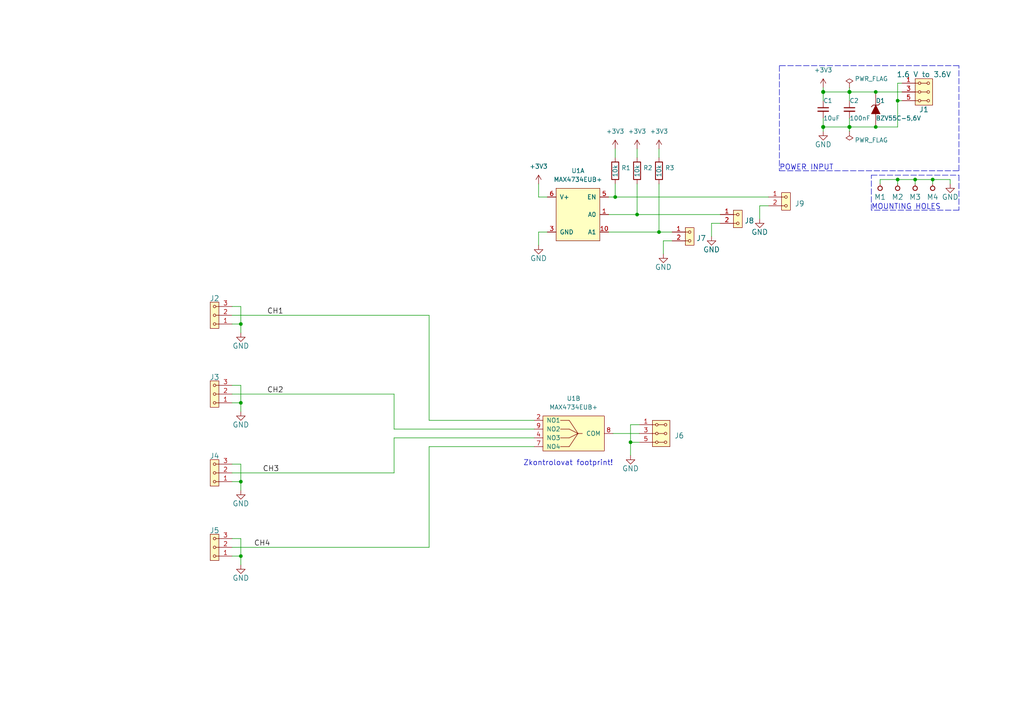
<source format=kicad_sch>
(kicad_sch (version 20211123) (generator eeschema)
  (paper "A4")
  (title_block (title "AMUX01") (date "%d. %m. %Y") (rev "A") (company "Mlab www.mlab.cz") (comment 1 "Four channel analog multiplexer\\nwith single-sided output ") (comment 2 "kaklik@mlab.cz"))
  (lib_symbols
    (symbol "Device:R" (pin_numbers hide) (pin_names (offset 0))
      (property "Reference" "R" (at 2.032 0 90))
      (property "Value" "R" (at 0 0 90))
      (symbol "R_0_1"
        (rectangle (start -1.016 -2.54) (end 1.016 2.54) (stroke (width 0.254)))
      )
      (symbol "R_1_1"
        (pin passive line (at 0 3.81 270) (length 1.27) (name "~") (number "1"))
        (pin passive line (at 0 -3.81 90) (length 1.27) (name "~") (number "2"))
      )
    )
    (symbol "ISM02A-rescue:C_Small-Device-ISM02A-rescue" (pin_numbers hide) (pin_names (offset 0.254) hide)
      (property "Reference" "C" (at 0.254 1.778 0))
      (property "Value" "C_Small-Device-ISM02A-rescue" (at 0.254 -2.032 0))
      (symbol "C_Small-Device-ISM02A-rescue_0_1"
        (polyline (pts (xy -1.524 -0.508) (xy 1.524 -0.508)) (stroke (width 0.3302)))
        (polyline (pts (xy -1.524 0.508) (xy 1.524 0.508)) (stroke (width 0.3048)))
      )
      (symbol "C_Small-Device-ISM02A-rescue_1_1"
        (pin passive line (at 0 2.54 270) (length 2.032) (name "~") (number "1"))
        (pin passive line (at 0 -2.54 90) (length 2.032) (name "~") (number "2"))
      )
    )
    (symbol "ISM02A-rescue:D_ZENER-MLAB_D" (pin_numbers hide) (pin_names (offset 1.016) hide)
      (property "Reference" "D" (at 0 2.54 0))
      (property "Value" "D_ZENER-MLAB_D" (at 0 -2.54 0))
      (symbol "D_ZENER-MLAB_D_0_1"
        (polyline (pts (xy -1.778 1.27) (xy -1.27 0.762) (xy -1.27 -0.762) (xy -0.762 -1.27) (xy -0.762 -1.27)) (stroke (width 0.2032)))
        (polyline (pts (xy -1.27 0) (xy 1.27 1.27) (xy 1.27 -1.27) (xy -1.27 0) (xy -1.27 0)) (fill (type outline)))
      )
      (symbol "D_ZENER-MLAB_D_1_1"
        (pin passive line (at -5.08 0 0) (length 3.81) (name "K") (number "1"))
        (pin passive line (at 5.08 0 180) (length 3.81) (name "A") (number "2"))
      )
    )
    (symbol "MLAB_HEADER:HEADER_1x02" (pin_names (offset 1.016))
      (property "Reference" "J" (at 0 -3.81 0))
      (property "Value" "HEADER_1x02" (at 0 3.81 0))
      (symbol "HEADER_1x02_0_1"
        (rectangle (start -1.27 2.54) (end 1.27 -2.54) (fill (type background)))
        (circle (center 0 -1.27) (radius 0.381))
        (polyline (pts (xy -1.27 -1.27) (xy -0.381 -1.27)))
        (polyline (pts (xy -1.27 1.27) (xy -0.381 1.27)))
        (circle (center 0 1.27) (radius 0.381))
      )
      (symbol "HEADER_1x02_1_1"
        (pin input line (at -5.08 1.27 0) (length 3.81) (name "~") (number "1"))
        (pin input line (at -5.08 -1.27 0) (length 3.81) (name "~") (number "2"))
      )
    )
    (symbol "MLAB_HEADER:HEADER_1x03" (pin_names (offset 1.016))
      (property "Reference" "J" (at 0 -5.08 0))
      (property "Value" "HEADER_1x03" (at 0 5.08 0))
      (symbol "HEADER_1x03_0_1"
        (rectangle (start -1.27 3.81) (end 1.27 -3.81) (fill (type background)))
        (circle (center 0 -2.54) (radius 0.381))
        (polyline (pts (xy -1.27 -2.54) (xy -0.381 -2.54)))
        (polyline (pts (xy -1.27 0) (xy -0.381 0)))
        (polyline (pts (xy -1.27 2.54) (xy -0.381 2.54)))
        (circle (center 0 0) (radius 0.381))
        (circle (center 0 2.54) (radius 0.381))
      )
      (symbol "HEADER_1x03_1_1"
        (pin input line (at -5.08 2.54 0) (length 3.81) (name "~") (number "1"))
        (pin input line (at -5.08 0 0) (length 3.81) (name "~") (number "2"))
        (pin input line (at -5.08 -2.54 0) (length 3.81) (name "~") (number "3"))
      )
    )
    (symbol "MLAB_HEADER:HEADER_2x03_PARALLEL" (pin_names (offset 1.016))
      (property "Reference" "J" (at 0 -5.08 0))
      (property "Value" "HEADER_2x03_PARALLEL" (at 0 5.08 0))
      (symbol "HEADER_2x03_PARALLEL_0_1"
        (rectangle (start -2.54 3.81) (end 2.54 -3.81) (fill (type background)))
        (circle (center -1.27 -2.54) (radius 0.381))
        (circle (center -1.27 0) (radius 0.381))
        (circle (center -1.27 2.54) (radius 0.381))
        (polyline (pts (xy -1.651 -2.54) (xy -2.54 -2.54)))
        (polyline (pts (xy -1.651 0) (xy -2.54 0)))
        (polyline (pts (xy -1.651 2.54) (xy -2.54 2.54)))
        (polyline (pts (xy -0.889 -2.54) (xy 0.889 -2.54)))
        (polyline (pts (xy -0.889 0) (xy 0.889 0)))
        (polyline (pts (xy -0.889 2.54) (xy 0.889 2.54)))
        (circle (center 1.27 -2.54) (radius 0.381))
        (circle (center 1.27 0) (radius 0.381))
        (circle (center 1.27 2.54) (radius 0.381))
      )
      (symbol "HEADER_2x03_PARALLEL_1_1"
        (pin input line (at -6.35 2.54 0) (length 3.81) (name "~") (number "1"))
        (pin input line (at -6.35 2.54 0) (length 3.81) hide (name "~") (number "2"))
        (pin input line (at -6.35 0 0) (length 3.81) (name "~") (number "3"))
        (pin input line (at -6.35 0 0) (length 3.81) hide (name "~") (number "4"))
        (pin input line (at -6.35 -2.54 0) (length 3.81) (name "~") (number "5"))
        (pin input line (at -6.35 -2.54 0) (length 3.81) hide (name "~") (number "6"))
      )
    )
    (symbol "MLAB_IO:MAX4734EUB+" (pin_names (offset 1.016))
      (property "Reference" "U" (at -7.62 6.35 0))
      (property "Value" "MAX4734EUB+" (at 1.27 -6.35 0))
      (symbol "MAX4734EUB+_1_1"
        (rectangle (start -6.35 -7.62) (end 6.35 7.62) (fill (type background)))
        (pin input line (at 8.89 0 180) (length 2.54) (name "A0") (number "1"))
        (pin input line (at 8.89 -5.08 180) (length 2.54) (name "A1") (number "10"))
        (pin passive line (at -8.89 -5.08 0) (length 2.54) (name "GND") (number "3"))
        (pin input line (at 8.89 5.08 180) (length 2.54) (name "EN") (number "5"))
        (pin passive line (at -8.89 5.08 0) (length 2.54) (name "V+") (number "6"))
      )
      (symbol "MAX4734EUB+_2_1"
        (rectangle (start -8.89 -5.08) (end 8.89 5.08) (fill (type background)))
        (polyline (pts (xy -3.81 -3.81) (xy -1.27 -3.81)))
        (polyline (pts (xy -3.81 -1.27) (xy -1.27 -1.27)))
        (polyline (pts (xy -3.81 1.27) (xy -1.27 1.27)))
        (polyline (pts (xy -3.81 3.81) (xy -1.27 3.81)))
        (polyline (pts (xy -1.27 -3.81) (xy 1.27 0)))
        (polyline (pts (xy -1.27 -1.27) (xy 1.27 0)))
        (polyline (pts (xy -1.27 1.27) (xy 1.27 0)))
        (polyline (pts (xy 1.27 0) (xy -1.27 3.81)))
        (polyline (pts (xy 1.27 0) (xy 2.54 0)))
        (pin bidirectional line (at -11.43 3.81 0) (length 2.54) (name "NO1") (number "2"))
        (pin bidirectional line (at -11.43 -1.27 0) (length 2.54) (name "NO3") (number "4"))
        (pin bidirectional line (at -11.43 -3.81 0) (length 2.54) (name "NO4") (number "7"))
        (pin bidirectional line (at 11.43 0 180) (length 2.54) (name "COM") (number "8"))
        (pin bidirectional line (at -11.43 1.27 0) (length 2.54) (name "NO2") (number "9"))
      )
    )
    (symbol "header:HEADER_2x03_PARALLEL" (pin_names (offset 1.016))
      (property "Reference" "J" (at 0 -5.08 0))
      (property "Value" "HEADER_2x03_PARALLEL" (at 0 5.08 0))
      (symbol "HEADER_2x03_PARALLEL_0_1"
        (rectangle (start -2.54 3.81) (end 2.54 -3.81) (fill (type background)))
        (circle (center -1.27 -2.54) (radius 0.381))
        (circle (center -1.27 0) (radius 0.381))
        (circle (center -1.27 2.54) (radius 0.381))
        (polyline (pts (xy -1.651 -2.54) (xy -2.54 -2.54)))
        (polyline (pts (xy -1.651 0) (xy -2.54 0)))
        (polyline (pts (xy -1.651 2.54) (xy -2.54 2.54)))
        (polyline (pts (xy -0.889 -2.54) (xy 0.889 -2.54)))
        (polyline (pts (xy -0.889 0) (xy 0.889 0)))
        (polyline (pts (xy -0.889 2.54) (xy 0.889 2.54)))
        (circle (center 1.27 -2.54) (radius 0.381))
        (circle (center 1.27 0) (radius 0.381))
        (circle (center 1.27 2.54) (radius 0.381))
      )
      (symbol "HEADER_2x03_PARALLEL_1_1"
        (pin input line (at -6.35 2.54 0) (length 3.81) (name "~") (number "1"))
        (pin input line (at -6.35 2.54 0) (length 3.81) hide (name "~") (number "2"))
        (pin input line (at -6.35 0 0) (length 3.81) (name "~") (number "3"))
        (pin input line (at -6.35 0 0) (length 3.81) hide (name "~") (number "4"))
        (pin input line (at -6.35 -2.54 0) (length 3.81) (name "~") (number "5"))
        (pin input line (at -6.35 -2.54 0) (length 3.81) hide (name "~") (number "6"))
      )
    )
    (symbol "mlab-default-rescue:GND" (power) (pin_names (offset 0))
      (property "Value" "GND" (at 0 -3.81 0))
      (symbol "GND_0_1"
        (polyline (pts (xy 0 0) (xy 0 -1.27) (xy 1.27 -1.27) (xy 0 -2.54) (xy -1.27 -1.27) (xy 0 -1.27)))
      )
      (symbol "GND_1_1"
        (pin power_in line (at 0 0 270) (length 0) hide (name "GND") (number "1"))
      )
    )
    (symbol "mlab-default-rescue:HOLE" (pin_numbers hide) (pin_names (offset 1.016) hide)
      (property "Reference" "M" (at 0 2.54 0))
      (property "Value" "HOLE" (at 0 -2.54 0))
      (symbol "HOLE_0_1"
        (circle (center 0 0) (radius 0.635) (stroke (width 0.254)))
      )
      (symbol "HOLE_1_1"
        (pin input line (at 1.27 0 180) (length 0.635) (name "~") (number "1"))
      )
    )
    (symbol "power:+3V3" (power) (pin_names (offset 0))
      (property "Value" "+3V3" (at 0 3.556 0))
      (symbol "+3V3_0_1"
        (polyline (pts (xy -0.762 1.27) (xy 0 2.54)))
        (polyline (pts (xy 0 0) (xy 0 2.54)))
        (polyline (pts (xy 0 2.54) (xy 0.762 1.27)))
      )
      (symbol "+3V3_1_1"
        (pin power_in line (at 0 0 90) (length 0) hide (name "+3V3") (number "1"))
      )
    )
    (symbol "power:GND" (power) (pin_names (offset 0))
      (property "Value" "GND" (at 0 -3.81 0))
      (symbol "GND_0_1"
        (polyline (pts (xy 0 0) (xy 0 -1.27) (xy 1.27 -1.27) (xy 0 -2.54) (xy -1.27 -1.27) (xy 0 -1.27)))
      )
      (symbol "GND_1_1"
        (pin power_in line (at 0 0 270) (length 0) hide (name "GND") (number "1"))
      )
    )
    (symbol "power:PWR_FLAG" (power) (pin_numbers hide) (pin_names (offset 0) hide)
      (property "Value" "PWR_FLAG" (at 0 3.81 0))
      (symbol "PWR_FLAG_0_0"
        (pin power_out line (at 0 0 90) (length 0) (name "pwr") (number "1"))
      )
      (symbol "PWR_FLAG_0_1"
        (polyline (pts (xy 0 0) (xy 0 1.27) (xy -1.016 1.905) (xy 0 2.54) (xy 1.016 1.905) (xy 0 1.27)))
      )
    )
  )
  (junction (at 254 26.67))
  (junction (at 178.435 57.15))
  (junction (at 69.85 161.29))
  (junction (at 246.38 36.83) (diameter 1.016))
  (junction (at 238.76 26.67) (diameter 1.016))
  (junction (at 69.85 93.98))
  (junction (at 69.85 116.84))
  (junction (at 270.51 52.07))
  (junction (at 260.35 29.21))
  (junction (at 265.43 52.07))
  (junction (at 238.76 36.83) (diameter 1.016))
  (junction (at 69.85 139.7))
  (junction (at 254 36.83))
  (junction (at 246.38 26.67) (diameter 1.016))
  (junction (at 260.35 52.07))
  (junction (at 191.135 67.31))
  (junction (at 182.88 128.27))
  (junction (at 184.785 62.23))
  (wire (pts (xy 260.35 53.34) (xy 260.35 52.07)))
  (wire (pts (xy 177.8 125.73) (xy 185.42 125.73)))
  (wire (pts (xy 185.42 123.19) (xy 182.88 123.19)))
  (wire (pts (xy 154.94 127) (xy 114.3 127)))
  (wire (pts (xy 206.375 68.58) (xy 206.375 64.77)))
  (wire (pts (xy 67.31 88.9) (xy 69.85 88.9)))
  (wire (pts (xy 265.43 53.34) (xy 265.43 52.07)))
  (wire (pts (xy 254 26.67) (xy 261.62 26.67)))
  (wire (pts (xy 182.88 123.19) (xy 182.88 128.27)))
  (wire (pts (xy 246.38 36.83) (xy 238.76 36.83)))
  (wire (pts (xy 275.59 52.07) (xy 270.51 52.07)))
  (polyline (pts (xy 278.13 49.53) (xy 278.13 19.05)))
  (wire (pts (xy 192.405 73.66) (xy 192.405 69.85)))
  (wire (pts (xy 238.76 36.83) (xy 238.76 38.1)))
  (wire (pts (xy 69.85 139.7) (xy 67.31 139.7)))
  (wire (pts (xy 275.59 53.34) (xy 275.59 52.07)))
  (wire (pts (xy 69.85 93.98) (xy 67.31 93.98)))
  (wire (pts (xy 69.85 161.29) (xy 69.85 163.83)))
  (wire (pts (xy 238.76 34.29) (xy 238.76 36.83)))
  (wire (pts (xy 124.46 91.44) (xy 124.46 121.92)))
  (wire (pts (xy 206.375 64.77) (xy 208.915 64.77)))
  (wire (pts (xy 192.405 69.85) (xy 194.945 69.85)))
  (wire (pts (xy 69.85 161.29) (xy 67.31 161.29)))
  (wire (pts (xy 265.43 52.07) (xy 260.35 52.07)))
  (wire (pts (xy 246.38 25.4) (xy 246.38 26.67)))
  (wire (pts (xy 261.62 24.13) (xy 260.35 24.13)))
  (polyline (pts (xy 278.13 50.8) (xy 278.13 60.96)))
  (wire (pts (xy 69.85 111.76) (xy 69.85 116.84)))
  (wire (pts (xy 270.51 53.34) (xy 270.51 52.07)))
  (wire (pts (xy 69.85 88.9) (xy 69.85 93.98)))
  (wire (pts (xy 67.31 111.76) (xy 69.85 111.76)))
  (wire (pts (xy 114.3 137.16) (xy 67.31 137.16)))
  (wire (pts (xy 260.35 36.83) (xy 254 36.83)))
  (wire (pts (xy 178.435 57.15) (xy 176.53 57.15)))
  (wire (pts (xy 184.785 43.18) (xy 184.785 45.72)))
  (wire (pts (xy 254 26.67) (xy 246.38 26.67)))
  (wire (pts (xy 124.46 129.54) (xy 124.46 158.75)))
  (wire (pts (xy 260.35 29.21) (xy 260.35 36.83)))
  (wire (pts (xy 114.3 124.46) (xy 114.3 114.3)))
  (polyline (pts (xy 226.06 49.53) (xy 278.13 49.53)))
  (wire (pts (xy 191.135 67.31) (xy 194.945 67.31)))
  (wire (pts (xy 185.42 128.27) (xy 182.88 128.27)))
  (wire (pts (xy 261.62 29.21) (xy 260.35 29.21)))
  (polyline (pts (xy 278.13 60.96) (xy 252.73 60.96)))
  (wire (pts (xy 191.135 43.18) (xy 191.135 45.72)))
  (wire (pts (xy 246.38 36.83) (xy 246.38 38.1)))
  (wire (pts (xy 114.3 127) (xy 114.3 137.16)))
  (polyline (pts (xy 226.06 19.05) (xy 226.06 49.53)))
  (wire (pts (xy 178.435 53.34) (xy 178.435 57.15)))
  (wire (pts (xy 184.785 53.34) (xy 184.785 62.23)))
  (wire (pts (xy 255.27 52.07) (xy 255.27 53.34)))
  (wire (pts (xy 154.94 129.54) (xy 124.46 129.54)))
  (wire (pts (xy 67.31 134.62) (xy 69.85 134.62)))
  (wire (pts (xy 220.345 59.69) (xy 222.885 59.69)))
  (wire (pts (xy 220.345 63.5) (xy 220.345 59.69)))
  (wire (pts (xy 246.38 26.67) (xy 246.38 29.21)))
  (wire (pts (xy 67.31 91.44) (xy 124.46 91.44)))
  (wire (pts (xy 238.76 25.4) (xy 238.76 26.67)))
  (wire (pts (xy 156.21 67.31) (xy 158.75 67.31)))
  (wire (pts (xy 69.85 134.62) (xy 69.85 139.7)))
  (wire (pts (xy 69.85 139.7) (xy 69.85 142.24)))
  (wire (pts (xy 156.21 67.31) (xy 156.21 71.12)))
  (wire (pts (xy 246.38 34.29) (xy 246.38 36.83)))
  (wire (pts (xy 67.31 158.75) (xy 124.46 158.75)))
  (wire (pts (xy 69.85 93.98) (xy 69.85 96.52)))
  (polyline (pts (xy 252.73 60.96) (xy 252.73 50.8)))
  (wire (pts (xy 182.88 128.27) (xy 182.88 132.08)))
  (wire (pts (xy 114.3 114.3) (xy 67.31 114.3)))
  (wire (pts (xy 69.85 156.21) (xy 69.85 161.29)))
  (wire (pts (xy 270.51 52.07) (xy 265.43 52.07)))
  (wire (pts (xy 260.35 24.13) (xy 260.35 29.21)))
  (polyline (pts (xy 278.13 19.05) (xy 226.06 19.05)))
  (wire (pts (xy 191.135 53.34) (xy 191.135 67.31)))
  (wire (pts (xy 178.435 57.15) (xy 222.885 57.15)))
  (wire (pts (xy 176.53 67.31) (xy 191.135 67.31)))
  (wire (pts (xy 238.76 26.67) (xy 238.76 29.21)))
  (wire (pts (xy 184.785 62.23) (xy 208.915 62.23)))
  (wire (pts (xy 67.31 156.21) (xy 69.85 156.21)))
  (polyline (pts (xy 252.73 50.8) (xy 278.13 50.8)))
  (wire (pts (xy 154.94 124.46) (xy 114.3 124.46)))
  (wire (pts (xy 260.35 52.07) (xy 255.27 52.07)))
  (wire (pts (xy 156.21 57.15) (xy 158.75 57.15)))
  (wire (pts (xy 246.38 36.83) (xy 254 36.83)))
  (wire (pts (xy 176.53 62.23) (xy 184.785 62.23)))
  (wire (pts (xy 178.435 43.18) (xy 178.435 45.72)))
  (wire (pts (xy 156.21 53.34) (xy 156.21 57.15)))
  (wire (pts (xy 69.85 116.84) (xy 69.85 119.38)))
  (wire (pts (xy 69.85 116.84) (xy 67.31 116.84)))
  (wire (pts (xy 124.46 121.92) (xy 154.94 121.92)))
  (wire (pts (xy 246.38 26.67) (xy 238.76 26.67)))
  (text "POWER INPUT" (at 226.06 49.53 0) (effects (font (size 1.524 1.524)) (justify left bottom)))
  (text "MOUNTING HOLES" (at 252.73 60.96 0) (effects (font (size 1.524 1.524)) (justify left bottom)))
  (text "Zkontrolovat footprint!" (at 151.765 135.255 0) (effects (font (size 1.524 1.524)) (justify left bottom)))
  (label "CH2" (at 77.47 114.3 0) (effects (font (size 1.524 1.524))))
  (label "CH1" (at 77.47 91.44 0) (effects (font (size 1.524 1.524))))
  (label "CH4" (at 73.66 158.75 0) (effects (font (size 1.524 1.524))))
  (label "CH3" (at 76.2 137.16 0) (effects (font (size 1.524 1.524))))
  (symbol (lib_id "header:HEADER_2x03_PARALLEL") (at 267.97 26.67 0) (unit 1)
    (property "Reference" "J1" (at 267.97 31.75 0) (effects (font (size 1.524 1.524))))
    (property "Value" "1.6 V to 3.6V" (at 267.97 21.59 0) (effects (font (size 1.524 1.524))))
    (property "Footprint" "Mlab_Pin_Headers:Straight_2x03" (effects hide))
  )
  (symbol (lib_id "mlab-default-rescue:HOLE") (at 255.27 54.61 90) (unit 1)
    (property "Reference" "M1" (at 255.27 57.15 90) (effects (font (size 1.524 1.524))))
    (property "Value" "HOLE M3" (effects hide))
    (property "Footprint" "Mlab_Mechanical:MountingHole_3mm" (effects hide))
  )
  (symbol (lib_id "mlab-default-rescue:HOLE") (at 260.35 54.61 90) (unit 1)
    (property "Reference" "M2" (at 260.35 57.15 90) (effects (font (size 1.524 1.524))))
    (property "Value" "HOLE M3" (effects hide))
    (property "Footprint" "Mlab_Mechanical:MountingHole_3mm" (effects hide))
  )
  (symbol (lib_id "mlab-default-rescue:HOLE") (at 265.43 54.61 90) (unit 1)
    (property "Reference" "M3" (at 265.43 57.15 90) (effects (font (size 1.524 1.524))))
    (property "Value" "HOLE" (effects hide))
    (property "Footprint" "Mlab_Mechanical:MountingHole_3mm" (effects hide))
  )
  (symbol (lib_id "mlab-default-rescue:HOLE") (at 270.51 54.61 90) (unit 1)
    (property "Reference" "M4" (at 270.51 57.15 90) (effects (font (size 1.524 1.524))))
    (property "Value" "HOLE" (effects hide))
    (property "Footprint" "Mlab_Mechanical:MountingHole_3mm" (effects hide))
  )
  (symbol (lib_id "mlab-default-rescue:GND") (at 275.59 53.34 0) (unit 1)
    (property "Reference" "#PWR03" (effects hide))
    (property "Value" "GND" (at 275.59 57.15 0) (effects (font (size 1.524 1.524))))
  )
  (symbol (lib_id "MLAB_IO:MAX4734EUB+") (at 167.64 62.23 0) (unit 1)
    (property "Reference" "U1" (at 167.64 49.53 0))
    (property "Value" "MAX4734EUB+" (at 167.64 52.07 0))
    (property "Footprint" "Package_SO:MSOP-10_3x3mm_P0.5mm" (effects hide))
    (property "Datasheet" "https://www.analog.com/media/en/technical-documentation/data-sheets/MAX4734.pdf" (effects hide))
  )
  (symbol (lib_id "MLAB_HEADER:HEADER_1x03") (at 62.23 91.44 180) (unit 1)
    (property "Reference" "J2" (at 62.23 86.5393 0) (effects (font (size 1.524 1.524))))
    (property "Value" "HEADER_1x03" (effects hide))
    (property "Footprint" "Mlab_Pin_Headers:Straight_1x03" (effects hide))
  )
  (symbol (lib_id "power:PWR_FLAG") (at 246.38 38.1 180) (unit 1)
    (property "Reference" "#FLG02" (effects hide))
    (property "Value" "PWR_FLAG" (at 252.73 40.64 0))
  )
  (symbol (lib_id "power:+3V3") (at 156.21 53.34 0) (unit 1)
    (property "Reference" "#PWR0104" (effects hide))
    (property "Value" "+3V3" (at 156.21 48.26 0))
  )
  (symbol (lib_id "MLAB_IO:MAX4734EUB+") (at 166.37 125.73 0) (unit 2)
    (property "Reference" "U1" (at 166.37 115.57 0))
    (property "Value" "MAX4734EUB+" (at 166.37 118.11 0))
    (property "Footprint" "Package_SO:MSOP-10_3x3mm_P0.5mm" (effects hide))
    (property "Datasheet" "https://www.analog.com/media/en/technical-documentation/data-sheets/MAX4734.pdf" (effects hide))
  )
  (symbol (lib_id "mlab-default-rescue:GND") (at 182.88 132.08 0) (unit 1)
    (property "Reference" "#PWR0103" (effects hide))
    (property "Value" "GND" (at 182.88 135.89 0) (effects (font (size 1.524 1.524))))
  )
  (symbol (lib_id "MLAB_HEADER:HEADER_2x03_PARALLEL") (at 191.77 125.73 0) (unit 1)
    (property "Reference" "J6" (at 195.58 126.365 0) (effects (font (size 1.524 1.524)) (justify left)))
    (property "Value" "HEADER_2x03_PARALLEL" (effects hide))
    (property "Footprint" "Mlab_Pin_Headers:Straight_2x03" (effects hide))
  )
  (symbol (lib_id "Device:R") (at 178.435 49.53 0) (unit 1)
    (property "Reference" "R1" (at 180.213 48.6953 0) (effects (justify left)))
    (property "Value" "10k" (at 178.435 51.435 90) (effects (justify left)))
    (property "Footprint" "Resistor_SMD:R_0805_2012Metric" (effects hide))
  )
  (symbol (lib_id "power:+3V3") (at 191.135 43.18 0) (unit 1)
    (property "Reference" "#PWR0109" (effects hide))
    (property "Value" "+3V3" (at 191.135 38.1 0))
  )
  (symbol (lib_id "ISM02A-rescue:C_Small-Device-ISM02A-rescue") (at 238.76 31.75 0) (unit 1)
    (property "Reference" "C1" (at 238.76 29.21 0) (effects (justify left)))
    (property "Value" "10uF" (at 238.76 34.29 0) (effects (justify left)))
    (property "Footprint" "Capacitor_SMD:C_0805_2012Metric" (effects hide))
    (property "UST_ID" "5c70984812875079b91f8bbe" (effects hide))
  )
  (symbol (lib_id "Device:R") (at 184.785 49.53 0) (unit 1)
    (property "Reference" "R2" (at 186.563 48.6953 0) (effects (justify left)))
    (property "Value" "10k" (at 184.785 51.435 90) (effects (justify left)))
    (property "Footprint" "Resistor_SMD:R_0805_2012Metric" (effects hide))
  )
  (symbol (lib_id "power:PWR_FLAG") (at 246.38 25.4 0) (unit 1)
    (property "Reference" "#FLG01" (effects hide))
    (property "Value" "PWR_FLAG" (at 252.73 22.86 0))
  )
  (symbol (lib_id "ISM02A-rescue:C_Small-Device-ISM02A-rescue") (at 246.38 31.75 0) (unit 1)
    (property "Reference" "C2" (at 246.38 29.21 0) (effects (justify left)))
    (property "Value" "100nF" (at 246.38 34.29 0) (effects (justify left)))
    (property "Footprint" "Capacitor_SMD:C_0805_2012Metric" (effects hide))
    (property "UST_id" "C0805_100n" (effects hide))
    (property "UST_ID" "5c70984812875079b91f8bf2" (effects hide))
  )
  (symbol (lib_id "MLAB_HEADER:HEADER_1x02") (at 227.965 58.42 0) (unit 1)
    (property "Reference" "J9" (at 230.505 59.055 0) (effects (font (size 1.524 1.524)) (justify left)))
    (property "Value" "HEADER_1x02" (effects hide))
    (property "Footprint" "Mlab_Pin_Headers:Straight_2x01" (effects hide))
  )
  (symbol (lib_id "power:+3V3") (at 184.785 43.18 0) (unit 1)
    (property "Reference" "#PWR0108" (effects hide))
    (property "Value" "+3V3" (at 184.785 38.1 0))
  )
  (symbol (lib_id "mlab-default-rescue:GND") (at 69.85 142.24 0) (unit 1)
    (property "Reference" "#PWR04" (effects hide))
    (property "Value" "GND" (at 69.85 146.05 0) (effects (font (size 1.524 1.524))))
  )
  (symbol (lib_id "power:+3V3") (at 238.76 25.4 0) (unit 1)
    (property "Reference" "#PWR0101" (effects hide))
    (property "Value" "+3V3" (at 238.76 20.32 0))
  )
  (symbol (lib_id "MLAB_HEADER:HEADER_1x02") (at 200.025 68.58 0) (unit 1)
    (property "Reference" "J7" (at 201.93 69.1005 0) (effects (font (size 1.524 1.524)) (justify left)))
    (property "Value" "HEADER_1x02" (effects hide))
    (property "Footprint" "Mlab_Pin_Headers:Straight_2x01" (effects hide))
  )
  (symbol (lib_id "mlab-default-rescue:GND") (at 192.405 73.66 0) (unit 1)
    (property "Reference" "#PWR0111" (effects hide))
    (property "Value" "GND" (at 192.405 77.47 0) (effects (font (size 1.524 1.524))))
  )
  (symbol (lib_id "mlab-default-rescue:GND") (at 206.375 68.58 0) (unit 1)
    (property "Reference" "#PWR0110" (effects hide))
    (property "Value" "GND" (at 206.375 72.39 0) (effects (font (size 1.524 1.524))))
  )
  (symbol (lib_id "mlab-default-rescue:GND") (at 156.21 71.12 0) (unit 1)
    (property "Reference" "#PWR0105" (effects hide))
    (property "Value" "GND" (at 156.21 74.93 0) (effects (font (size 1.524 1.524))))
  )
  (symbol (lib_id "MLAB_HEADER:HEADER_1x03") (at 62.23 137.16 180) (unit 1)
    (property "Reference" "J4" (at 62.23 132.2593 0) (effects (font (size 1.524 1.524))))
    (property "Value" "HEADER_1x03" (effects hide))
    (property "Footprint" "Mlab_Pin_Headers:Straight_1x03" (effects hide))
  )
  (symbol (lib_id "MLAB_HEADER:HEADER_1x03") (at 62.23 158.75 180) (unit 1)
    (property "Reference" "J5" (at 62.23 153.8493 0) (effects (font (size 1.524 1.524))))
    (property "Value" "HEADER_1x03" (effects hide))
    (property "Footprint" "Mlab_Pin_Headers:Straight_1x03" (effects hide))
  )
  (symbol (lib_id "mlab-default-rescue:GND") (at 69.85 119.38 0) (unit 1)
    (property "Reference" "#PWR02" (effects hide))
    (property "Value" "GND" (at 69.85 123.19 0) (effects (font (size 1.524 1.524))))
  )
  (symbol (lib_id "MLAB_HEADER:HEADER_1x02") (at 213.995 63.5 0) (unit 1)
    (property "Reference" "J8" (at 215.9 64.0205 0) (effects (font (size 1.524 1.524)) (justify left)))
    (property "Value" "HEADER_1x02" (effects hide))
    (property "Footprint" "Mlab_Pin_Headers:Straight_2x01" (effects hide))
  )
  (symbol (lib_id "mlab-default-rescue:GND") (at 69.85 163.83 0) (unit 1)
    (property "Reference" "#PWR05" (effects hide))
    (property "Value" "GND" (at 69.85 167.64 0) (effects (font (size 1.524 1.524))))
  )
  (symbol (lib_id "power:+3V3") (at 178.435 43.18 0) (unit 1)
    (property "Reference" "#PWR0107" (effects hide))
    (property "Value" "+3V3" (at 178.435 38.1 0))
  )
  (symbol (lib_id "mlab-default-rescue:GND") (at 220.345 63.5 0) (unit 1)
    (property "Reference" "#PWR0106" (effects hide))
    (property "Value" "GND" (at 220.345 67.31 0) (effects (font (size 1.524 1.524))))
  )
  (symbol (lib_id "Device:R") (at 191.135 49.53 0) (unit 1)
    (property "Reference" "R3" (at 192.913 48.6953 0) (effects (justify left)))
    (property "Value" "10k" (at 191.135 51.435 90) (effects (justify left)))
    (property "Footprint" "Resistor_SMD:R_0805_2012Metric" (effects hide))
  )
  (symbol (lib_id "mlab-default-rescue:GND") (at 69.85 96.52 0) (unit 1)
    (property "Reference" "#PWR01" (effects hide))
    (property "Value" "GND" (at 69.85 100.33 0) (effects (font (size 1.524 1.524))))
  )
  (symbol (lib_id "power:GND") (at 238.76 38.1 0) (unit 1)
    (property "Reference" "#PWR0102" (effects hide))
    (property "Value" "GND" (at 238.76 41.91 0) (effects (font (size 1.524 1.524))))
  )
  (symbol (lib_id "MLAB_HEADER:HEADER_1x03") (at 62.23 114.3 180) (unit 1)
    (property "Reference" "J3" (at 62.23 109.3993 0) (effects (font (size 1.524 1.524))))
    (property "Value" "HEADER_1x03" (effects hide))
    (property "Footprint" "Mlab_Pin_Headers:Straight_1x03" (effects hide))
  )
  (symbol (lib_id "ISM02A-rescue:D_ZENER-MLAB_D") (at 254 31.75 270) (unit 1)
    (property "Reference" "D1" (at 254 29.21 90) (effects (justify left)))
    (property "Value" "BZV55C-5,6V" (at 254 34.29 90) (effects (justify left)))
    (property "Footprint" "Diode_SMD:D_SMA" (effects hide))
    (property "UST_ID" "5c70984512875079b91f88b2" (effects hide))
  )
)
</source>
